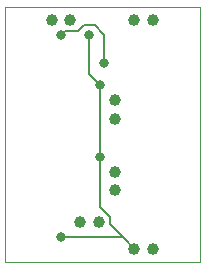
<source format=gbl>
G75*
%MOIN*%
%OFA0B0*%
%FSLAX24Y24*%
%IPPOS*%
%LPD*%
%AMOC8*
5,1,8,0,0,1.08239X$1,22.5*
%
%ADD10C,0.0000*%
%ADD11C,0.0397*%
%ADD12C,0.0317*%
%ADD13C,0.0060*%
D10*
X001267Y002517D02*
X001267Y011017D01*
X007767Y011017D01*
X007767Y002517D01*
X001267Y002517D01*
D11*
X003767Y003829D03*
X004392Y003829D03*
X004954Y004892D03*
X004954Y005517D03*
X004954Y007267D03*
X004954Y007892D03*
X005579Y010579D03*
X006204Y010579D03*
X003454Y010579D03*
X002829Y010579D03*
X005579Y002954D03*
X006204Y002954D03*
D12*
X004454Y006017D03*
X004454Y008392D03*
X004579Y009142D03*
X004079Y010079D03*
X003142Y010079D03*
X003142Y003329D03*
D13*
X005204Y003329D01*
X004767Y003767D01*
X004767Y004017D01*
X004454Y004329D01*
X004454Y006017D01*
X004454Y008392D01*
X004079Y008767D01*
X004079Y010079D01*
X003892Y010392D02*
X004267Y010392D01*
X004579Y010079D01*
X004579Y009142D01*
X003704Y010204D02*
X003892Y010392D01*
X003704Y010204D02*
X003267Y010204D01*
X003142Y010079D01*
X005204Y003329D02*
X005267Y003267D01*
X005579Y002954D01*
M02*

</source>
